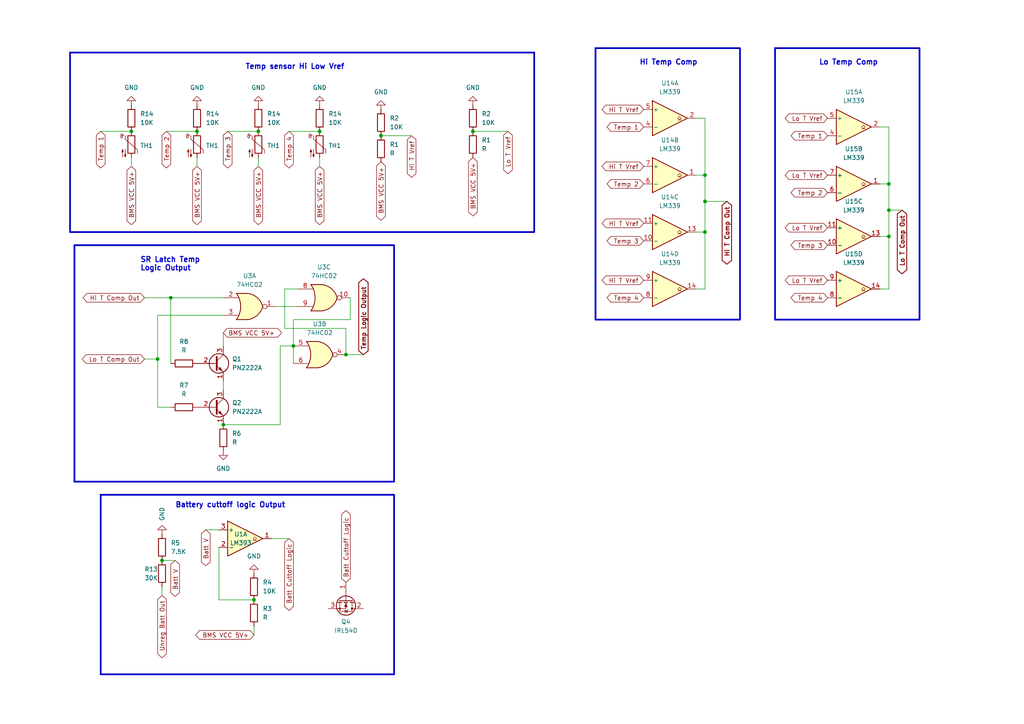
<source format=kicad_sch>
(kicad_sch (version 20230121) (generator eeschema)
  (paper "A4")
  (lib_symbols
    (symbol "74xx:74HC02" (pin_names (offset 1.016))
      (property "Reference" "U" (at 0 1.27 0))
      (property "Value" "74HC02" (at 0 -1.27 0))
      (symbol "74HC02_1_1"
        (arc (start -3.81 -3.81) (mid -2.589 0) (end -3.81 3.81) (stroke (width 0.254)))
        (arc (start -0.6096 -3.81) (mid 2.1842 -2.5851) (end 3.81 0) (stroke (width 0.254)) (fill (type background)))
        (polyline (pts (xy -3.81 -3.81) (xy -0.635 -3.81)) (stroke (width 0.254)) (fill (type background)))
        (polyline (pts (xy -3.81 3.81) (xy -0.635 3.81)) (stroke (width 0.254)) (fill (type background)))
        (polyline (pts (xy -0.635 3.81) (xy -3.81 3.81) (xy -3.81 3.81) (xy -3.556 3.4036) (xy -3.0226 2.2606) (xy -2.6924 1.0414) (xy -2.6162 -0.254) (xy -2.7686 -1.4986) (xy -3.175 -2.7178) (xy -3.81 -3.81) (xy -3.81 -3.81) (xy -0.635 -3.81)) (stroke (width -25.4)) (fill (type background)))
        (arc (start 3.81 0) (mid 2.1915 2.5936) (end -0.6096 3.81) (stroke (width 0.254)) (fill (type background)))
        (pin output inverted (at 7.62 0 180) (length 3.81) (name "~") (number "1"))
        (pin input line (at -7.62 2.54 0) (length 4.318) (name "~") (number "2"))
        (pin input line (at -7.62 -2.54 0) (length 4.318) (name "~") (number "3"))
      )
      (symbol "74HC02_1_2"
        (arc (start 0 -3.81) (mid 3.7934 0) (end 0 3.81) (stroke (width 0.254)) (fill (type background)))
        (polyline (pts (xy 0 3.81) (xy -3.81 3.81) (xy -3.81 -3.81) (xy 0 -3.81)) (stroke (width 0.254)) (fill (type background)))
        (pin output line (at 7.62 0 180) (length 3.81) (name "~") (number "1"))
        (pin input inverted (at -7.62 2.54 0) (length 3.81) (name "~") (number "2"))
        (pin input inverted (at -7.62 -2.54 0) (length 3.81) (name "~") (number "3"))
      )
      (symbol "74HC02_2_1"
        (arc (start -3.81 -3.81) (mid -2.589 0) (end -3.81 3.81) (stroke (width 0.254)))
        (arc (start -0.6096 -3.81) (mid 2.1842 -2.5851) (end 3.81 0) (stroke (width 0.254)) (fill (type background)))
        (polyline (pts (xy -3.81 -3.81) (xy -0.635 -3.81)) (stroke (width 0.254)) (fill (type background)))
        (polyline (pts (xy -3.81 3.81) (xy -0.635 3.81)) (stroke (width 0.254)) (fill (type background)))
        (polyline (pts (xy -0.635 3.81) (xy -3.81 3.81) (xy -3.81 3.81) (xy -3.556 3.4036) (xy -3.0226 2.2606) (xy -2.6924 1.0414) (xy -2.6162 -0.254) (xy -2.7686 -1.4986) (xy -3.175 -2.7178) (xy -3.81 -3.81) (xy -3.81 -3.81) (xy -0.635 -3.81)) (stroke (width -25.4)) (fill (type background)))
        (arc (start 3.81 0) (mid 2.1915 2.5936) (end -0.6096 3.81) (stroke (width 0.254)) (fill (type background)))
        (pin output inverted (at 7.62 0 180) (length 3.81) (name "~") (number "4"))
        (pin input line (at -7.62 2.54 0) (length 4.318) (name "~") (number "5"))
        (pin input line (at -7.62 -2.54 0) (length 4.318) (name "~") (number "6"))
      )
      (symbol "74HC02_2_2"
        (arc (start 0 -3.81) (mid 3.7934 0) (end 0 3.81) (stroke (width 0.254)) (fill (type background)))
        (polyline (pts (xy 0 3.81) (xy -3.81 3.81) (xy -3.81 -3.81) (xy 0 -3.81)) (stroke (width 0.254)) (fill (type background)))
        (pin output line (at 7.62 0 180) (length 3.81) (name "~") (number "4"))
        (pin input inverted (at -7.62 2.54 0) (length 3.81) (name "~") (number "5"))
        (pin input inverted (at -7.62 -2.54 0) (length 3.81) (name "~") (number "6"))
      )
      (symbol "74HC02_3_1"
        (arc (start -3.81 -3.81) (mid -2.589 0) (end -3.81 3.81) (stroke (width 0.254)))
        (arc (start -0.6096 -3.81) (mid 2.1842 -2.5851) (end 3.81 0) (stroke (width 0.254)) (fill (type background)))
        (polyline (pts (xy -3.81 -3.81) (xy -0.635 -3.81)) (stroke (width 0.254)) (fill (type background)))
        (polyline (pts (xy -3.81 3.81) (xy -0.635 3.81)) (stroke (width 0.254)) (fill (type background)))
        (polyline (pts (xy -0.635 3.81) (xy -3.81 3.81) (xy -3.81 3.81) (xy -3.556 3.4036) (xy -3.0226 2.2606) (xy -2.6924 1.0414) (xy -2.6162 -0.254) (xy -2.7686 -1.4986) (xy -3.175 -2.7178) (xy -3.81 -3.81) (xy -3.81 -3.81) (xy -0.635 -3.81)) (stroke (width -25.4)) (fill (type background)))
        (arc (start 3.81 0) (mid 2.1915 2.5936) (end -0.6096 3.81) (stroke (width 0.254)) (fill (type background)))
        (pin output inverted (at 7.62 0 180) (length 3.81) (name "~") (number "10"))
        (pin input line (at -7.62 2.54 0) (length 4.318) (name "~") (number "8"))
        (pin input line (at -7.62 -2.54 0) (length 4.318) (name "~") (number "9"))
      )
      (symbol "74HC02_3_2"
        (arc (start 0 -3.81) (mid 3.7934 0) (end 0 3.81) (stroke (width 0.254)) (fill (type background)))
        (polyline (pts (xy 0 3.81) (xy -3.81 3.81) (xy -3.81 -3.81) (xy 0 -3.81)) (stroke (width 0.254)) (fill (type background)))
        (pin output line (at 7.62 0 180) (length 3.81) (name "~") (number "10"))
        (pin input inverted (at -7.62 2.54 0) (length 3.81) (name "~") (number "8"))
        (pin input inverted (at -7.62 -2.54 0) (length 3.81) (name "~") (number "9"))
      )
      (symbol "74HC02_4_1"
        (arc (start -3.81 -3.81) (mid -2.589 0) (end -3.81 3.81) (stroke (width 0.254)))
        (arc (start -0.6096 -3.81) (mid 2.1842 -2.5851) (end 3.81 0) (stroke (width 0.254)) (fill (type background)))
        (polyline (pts (xy -3.81 -3.81) (xy -0.635 -3.81)) (stroke (width 0.254)) (fill (type background)))
        (polyline (pts (xy -3.81 3.81) (xy -0.635 3.81)) (stroke (width 0.254)) (fill (type background)))
        (polyline (pts (xy -0.635 3.81) (xy -3.81 3.81) (xy -3.81 3.81) (xy -3.556 3.4036) (xy -3.0226 2.2606) (xy -2.6924 1.0414) (xy -2.6162 -0.254) (xy -2.7686 -1.4986) (xy -3.175 -2.7178) (xy -3.81 -3.81) (xy -3.81 -3.81) (xy -0.635 -3.81)) (stroke (width -25.4)) (fill (type background)))
        (arc (start 3.81 0) (mid 2.1915 2.5936) (end -0.6096 3.81) (stroke (width 0.254)) (fill (type background)))
        (pin input line (at -7.62 2.54 0) (length 4.318) (name "~") (number "11"))
        (pin input line (at -7.62 -2.54 0) (length 4.318) (name "~") (number "12"))
        (pin output inverted (at 7.62 0 180) (length 3.81) (name "~") (number "13"))
      )
      (symbol "74HC02_4_2"
        (arc (start 0 -3.81) (mid 3.7934 0) (end 0 3.81) (stroke (width 0.254)) (fill (type background)))
        (polyline (pts (xy 0 3.81) (xy -3.81 3.81) (xy -3.81 -3.81) (xy 0 -3.81)) (stroke (width 0.254)) (fill (type background)))
        (pin input inverted (at -7.62 2.54 0) (length 3.81) (name "~") (number "11"))
        (pin input inverted (at -7.62 -2.54 0) (length 3.81) (name "~") (number "12"))
        (pin output line (at 7.62 0 180) (length 3.81) (name "~") (number "13"))
      )
      (symbol "74HC02_5_0"
        (pin power_in line (at 0 12.7 270) (length 5.08) (name "VCC") (number "14"))
        (pin power_in line (at 0 -12.7 90) (length 5.08) (name "GND") (number "7"))
      )
      (symbol "74HC02_5_1"
        (rectangle (start -5.08 7.62) (end 5.08 -7.62) (stroke (width 0.254)) (fill (type background)))
      )
    )
    (symbol "Comparator:LM339" (pin_names (offset 0.127))
      (property "Reference" "U" (at 0 5.08 0))
      (property "Value" "LM339" (at 0 -5.08 0))
      (symbol "LM339_1_1"
        (polyline (pts (xy -5.08 5.08) (xy 5.08 0) (xy -5.08 -5.08) (xy -5.08 5.08)) (stroke (width 0.254)) (fill (type background)))
        (polyline (pts (xy 3.302 -0.508) (xy 2.794 -0.508) (xy 3.302 0) (xy 2.794 0.508) (xy 2.286 0) (xy 2.794 -0.508) (xy 2.286 -0.508)) (stroke (width 0.127)))
        (pin open_collector line (at 7.62 0 180) (length 2.54) (name "~") (number "2"))
        (pin input line (at -7.62 -2.54 0) (length 2.54) (name "-") (number "4"))
        (pin input line (at -7.62 2.54 0) (length 2.54) (name "+") (number "5"))
      )
      (symbol "LM339_2_1"
        (polyline (pts (xy -5.08 5.08) (xy 5.08 0) (xy -5.08 -5.08) (xy -5.08 5.08)) (stroke (width 0.254)) (fill (type background)))
        (polyline (pts (xy 3.302 -0.508) (xy 2.794 -0.508) (xy 3.302 0) (xy 2.794 0.508) (xy 2.286 0) (xy 2.794 -0.508) (xy 2.286 -0.508)) (stroke (width 0.127)))
        (pin open_collector line (at 7.62 0 180) (length 2.54) (name "~") (number "1"))
        (pin input line (at -7.62 -2.54 0) (length 2.54) (name "-") (number "6"))
        (pin input line (at -7.62 2.54 0) (length 2.54) (name "+") (number "7"))
      )
      (symbol "LM339_3_1"
        (polyline (pts (xy -5.08 5.08) (xy 5.08 0) (xy -5.08 -5.08) (xy -5.08 5.08)) (stroke (width 0.254)) (fill (type background)))
        (polyline (pts (xy 3.302 -0.508) (xy 2.794 -0.508) (xy 3.302 0) (xy 2.794 0.508) (xy 2.286 0) (xy 2.794 -0.508) (xy 2.286 -0.508)) (stroke (width 0.127)))
        (pin input line (at -7.62 -2.54 0) (length 2.54) (name "-") (number "10"))
        (pin input line (at -7.62 2.54 0) (length 2.54) (name "+") (number "11"))
        (pin open_collector line (at 7.62 0 180) (length 2.54) (name "~") (number "13"))
      )
      (symbol "LM339_4_1"
        (polyline (pts (xy -5.08 5.08) (xy 5.08 0) (xy -5.08 -5.08) (xy -5.08 5.08)) (stroke (width 0.254)) (fill (type background)))
        (polyline (pts (xy 3.302 -0.508) (xy 2.794 -0.508) (xy 3.302 0) (xy 2.794 0.508) (xy 2.286 0) (xy 2.794 -0.508) (xy 2.286 -0.508)) (stroke (width 0.127)))
        (pin open_collector line (at 7.62 0 180) (length 2.54) (name "~") (number "14"))
        (pin input line (at -7.62 -2.54 0) (length 2.54) (name "-") (number "8"))
        (pin input line (at -7.62 2.54 0) (length 2.54) (name "+") (number "9"))
      )
      (symbol "LM339_5_1"
        (pin power_in line (at -2.54 -7.62 90) (length 3.81) (name "V-") (number "12"))
        (pin power_in line (at -2.54 7.62 270) (length 3.81) (name "V+") (number "3"))
      )
    )
    (symbol "Comparator:LM393" (pin_names (offset 0.127))
      (property "Reference" "U" (at 3.81 3.81 0))
      (property "Value" "LM393" (at 6.35 -3.81 0))
      (symbol "LM393_1_1"
        (polyline (pts (xy -5.08 5.08) (xy 5.08 0) (xy -5.08 -5.08) (xy -5.08 5.08)) (stroke (width 0.254)) (fill (type background)))
        (polyline (pts (xy 3.302 -0.508) (xy 2.794 -0.508) (xy 3.302 0) (xy 2.794 0.508) (xy 2.286 0) (xy 2.794 -0.508) (xy 2.286 -0.508)) (stroke (width 0.127)))
        (pin open_collector line (at 7.62 0 180) (length 2.54) (name "~") (number "1"))
        (pin input line (at -7.62 -2.54 0) (length 2.54) (name "-") (number "2"))
        (pin input line (at -7.62 2.54 0) (length 2.54) (name "+") (number "3"))
      )
      (symbol "LM393_2_1"
        (polyline (pts (xy -5.08 5.08) (xy 5.08 0) (xy -5.08 -5.08) (xy -5.08 5.08)) (stroke (width 0.254)) (fill (type background)))
        (polyline (pts (xy 3.302 -0.508) (xy 2.794 -0.508) (xy 3.302 0) (xy 2.794 0.508) (xy 2.286 0) (xy 2.794 -0.508) (xy 2.286 -0.508)) (stroke (width 0.127)))
        (pin input line (at -7.62 2.54 0) (length 2.54) (name "+") (number "5"))
        (pin input line (at -7.62 -2.54 0) (length 2.54) (name "-") (number "6"))
        (pin open_collector line (at 7.62 0 180) (length 2.54) (name "~") (number "7"))
      )
      (symbol "LM393_3_1"
        (pin power_in line (at -2.54 -7.62 90) (length 3.81) (name "V-") (number "4"))
        (pin power_in line (at -2.54 7.62 270) (length 3.81) (name "V+") (number "8"))
      )
    )
    (symbol "Connector:Conn_01x06_Pin" (pin_names (offset 1.016) hide)
      (property "Reference" "J" (at 0 7.62 0))
      (property "Value" "Conn_01x06_Pin" (at 0 -10.16 0))
      (symbol "Conn_01x06_Pin_1_1"
        (polyline (pts (xy 1.27 -7.62) (xy 0.8636 -7.62)) (stroke (width 0.1524)))
        (polyline (pts (xy 1.27 -5.08) (xy 0.8636 -5.08)) (stroke (width 0.1524)))
        (polyline (pts (xy 1.27 -2.54) (xy 0.8636 -2.54)) (stroke (width 0.1524)))
        (polyline (pts (xy 1.27 0) (xy 0.8636 0)) (stroke (width 0.1524)))
        (polyline (pts (xy 1.27 2.54) (xy 0.8636 2.54)) (stroke (width 0.1524)))
        (polyline (pts (xy 1.27 5.08) (xy 0.8636 5.08)) (stroke (width 0.1524)))
        (rectangle (start 0.8636 -7.493) (end 0 -7.747) (stroke (width 0.1524)) (fill (type outline)))
        (rectangle (start 0.8636 -4.953) (end 0 -5.207) (stroke (width 0.1524)) (fill (type outline)))
        (rectangle (start 0.8636 -2.413) (end 0 -2.667) (stroke (width 0.1524)) (fill (type outline)))
        (rectangle (start 0.8636 0.127) (end 0 -0.127) (stroke (width 0.1524)) (fill (type outline)))
        (rectangle (start 0.8636 2.667) (end 0 2.413) (stroke (width 0.1524)) (fill (type outline)))
        (rectangle (start 0.8636 5.207) (end 0 4.953) (stroke (width 0.1524)) (fill (type outline)))
        (pin passive line (at 5.08 5.08 180) (length 3.81) (name "Pin_1") (number "1"))
        (pin passive line (at 5.08 2.54 180) (length 3.81) (name "Pin_2") (number "2"))
        (pin passive line (at 5.08 0 180) (length 3.81) (name "Pin_3") (number "3"))
        (pin passive line (at 5.08 -2.54 180) (length 3.81) (name "Pin_4") (number "4"))
        (pin passive line (at 5.08 -5.08 180) (length 3.81) (name "Pin_5") (number "5"))
        (pin passive line (at 5.08 -7.62 180) (length 3.81) (name "Pin_6") (number "6"))
      )
    )
    (symbol "Device:R" (pin_numbers hide) (pin_names (offset 0))
      (property "Reference" "R" (at 2.032 0 90))
      (property "Value" "R" (at 0 0 90))
      (symbol "R_0_1"
        (rectangle (start -1.016 -2.54) (end 1.016 2.54) (stroke (width 0.254)))
      )
      (symbol "R_1_1"
        (pin passive line (at 0 3.81 270) (length 1.27) (name "~") (number "1"))
        (pin passive line (at 0 -3.81 90) (length 1.27) (name "~") (number "2"))
      )
    )
    (symbol "Device:Thermistor_NTC" (pin_numbers hide) (pin_names (offset 0))
      (property "Reference" "TH" (at -4.445 0 90))
      (property "Value" "Thermistor_NTC" (at 3.175 0 90))
      (symbol "Thermistor_NTC_0_1"
        (arc (start -3.048 2.159) (mid -3.0495 2.3143) (end -3.175 2.413))
        (arc (start -3.048 2.159) (mid -2.9736 1.9794) (end -2.794 1.905))
        (arc (start -3.048 2.794) (mid -2.9736 2.6144) (end -2.794 2.54))
        (arc (start -2.794 1.905) (mid -2.6144 1.9794) (end -2.54 2.159))
        (arc (start -2.794 2.54) (mid -2.4393 2.5587) (end -2.159 2.794))
        (arc (start -2.794 3.048) (mid -2.9736 2.9736) (end -3.048 2.794))
        (arc (start -2.54 2.794) (mid -2.6144 2.9736) (end -2.794 3.048))
        (rectangle (start -1.016 2.54) (end 1.016 -2.54) (stroke (width 0.254)))
        (polyline (pts (xy -2.54 2.159) (xy -2.54 2.794)))
        (polyline (pts (xy -1.778 2.54) (xy -1.778 1.524) (xy 1.778 -1.524) (xy 1.778 -2.54)))
        (polyline (pts (xy -2.54 -3.683) (xy -2.54 -1.397) (xy -2.794 -2.159) (xy -2.286 -2.159) (xy -2.54 -1.397) (xy -2.54 -1.651)) (fill (type outline)))
        (polyline (pts (xy -1.778 -1.397) (xy -1.778 -3.683) (xy -2.032 -2.921) (xy -1.524 -2.921) (xy -1.778 -3.683) (xy -1.778 -3.429)) (fill (type outline)))
      )
      (symbol "Thermistor_NTC_1_1"
        (pin passive line (at 0 3.81 270) (length 1.27) (name "~") (number "1"))
        (pin passive line (at 0 -3.81 90) (length 1.27) (name "~") (number "2"))
      )
    )
    (symbol "Transistor_BJT:PN2222A" (pin_names (offset 0) hide)
      (property "Reference" "Q" (at 5.08 1.905 0))
      (property "Value" "PN2222A" (at 5.08 0 0))
      (symbol "PN2222A_0_1"
        (polyline (pts (xy 0 0) (xy 0.635 0)))
        (polyline (pts (xy 2.54 -2.54) (xy 0.635 -0.635)))
        (polyline (pts (xy 2.54 2.54) (xy 0.635 0.635)))
        (polyline (pts (xy 0.635 1.905) (xy 0.635 -1.905) (xy 0.635 -1.905)) (stroke (width 0.508)))
        (polyline (pts (xy 2.413 -2.413) (xy 1.905 -1.905) (xy 1.905 -1.905)))
        (polyline (pts (xy 1.143 -1.651) (xy 1.651 -1.143) (xy 2.159 -2.159) (xy 1.143 -1.651) (xy 1.143 -1.651)) (fill (type outline)))
        (circle (center 1.27 0) (radius 2.8194) (stroke (width 0.254)))
      )
      (symbol "PN2222A_1_1"
        (pin passive line (at 2.54 -5.08 90) (length 2.54) (name "E") (number "1"))
        (pin input line (at -5.08 0 0) (length 5.08) (name "B") (number "2"))
        (pin passive line (at 2.54 5.08 270) (length 2.54) (name "C") (number "3"))
      )
    )
    (symbol "Transistor_FET:IRF540N" (pin_names hide)
      (property "Reference" "Q" (at 6.35 1.905 0))
      (property "Value" "IRF540N" (at 6.35 0 0))
      (symbol "IRF540N_0_1"
        (polyline (pts (xy 0.254 0) (xy -2.54 0)))
        (polyline (pts (xy 0.254 1.905) (xy 0.254 -1.905)) (stroke (width 0.254)))
        (polyline (pts (xy 0.762 -1.27) (xy 0.762 -2.286)) (stroke (width 0.254)))
        (polyline (pts (xy 0.762 0.508) (xy 0.762 -0.508)) (stroke (width 0.254)))
        (polyline (pts (xy 0.762 2.286) (xy 0.762 1.27)) (stroke (width 0.254)))
        (polyline (pts (xy 2.54 2.54) (xy 2.54 1.778)))
        (polyline (pts (xy 2.54 -2.54) (xy 2.54 0) (xy 0.762 0)))
        (polyline (pts (xy 0.762 -1.778) (xy 3.302 -1.778) (xy 3.302 1.778) (xy 0.762 1.778)))
        (polyline (pts (xy 1.016 0) (xy 2.032 0.381) (xy 2.032 -0.381) (xy 1.016 0)) (fill (type outline)))
        (polyline (pts (xy 2.794 0.508) (xy 2.921 0.381) (xy 3.683 0.381) (xy 3.81 0.254)))
        (polyline (pts (xy 3.302 0.381) (xy 2.921 -0.254) (xy 3.683 -0.254) (xy 3.302 0.381)))
        (circle (center 1.651 0) (radius 2.794) (stroke (width 0.254)))
        (circle (center 2.54 -1.778) (radius 0.254) (fill (type outline)))
        (circle (center 2.54 1.778) (radius 0.254) (fill (type outline)))
      )
      (symbol "IRF540N_1_1"
        (pin input line (at -5.08 0 0) (length 2.54) (name "G") (number "1"))
        (pin passive line (at 2.54 5.08 270) (length 2.54) (name "D") (number "2"))
        (pin passive line (at 2.54 -5.08 90) (length 2.54) (name "S") (number "3"))
      )
    )
    (symbol "power:GND" (power) (pin_names (offset 0))
      (property "Value" "GND" (at 0 -3.81 0))
      (symbol "GND_0_1"
        (polyline (pts (xy 0 0) (xy 0 -1.27) (xy 1.27 -1.27) (xy 0 -2.54) (xy -1.27 -1.27) (xy 0 -1.27)))
      )
      (symbol "GND_1_1"
        (pin power_in line (at 0 0 270) (length 0) hide (name "GND") (number "1"))
      )
    )
  )
  (junction (at 45.72 104.14))
  (junction (at 73.66 173.99))
  (junction (at 204.47 58.42))
  (junction (at 92.71 38.1))
  (junction (at 100.33 102.87))
  (junction (at 74.93 38.1))
  (junction (at 110.49 39.37))
  (junction (at 49.53 86.36))
  (junction (at 257.81 53.34))
  (junction (at 204.47 50.8))
  (junction (at 46.99 162.56))
  (junction (at 64.77 123.19))
  (junction (at 57.15 38.1))
  (junction (at 85.09 100.33))
  (junction (at 38.1 38.1))
  (junction (at 257.81 68.58))
  (junction (at 257.81 60.96))
  (junction (at 137.16 38.1))
  (junction (at 204.47 67.31))
  (wire (pts (xy 204.47 58.42) (xy 204.47 67.31)))
  (wire (pts (xy 318.77 40.64) (xy 318.77 38.1)))
  (wire (pts (xy 64.77 110.49) (xy 64.77 113.03)))
  (wire (pts (xy 41.91 86.36) (xy 49.53 86.36)))
  (wire (pts (xy 82.55 95.25) (xy 82.55 83.82)))
  (wire (pts (xy 38.1 45.72) (xy 38.1 48.26)))
  (wire (pts (xy 201.93 67.31) (xy 204.47 67.31)))
  (wire (pts (xy 110.49 39.37) (xy 119.38 39.37)))
  (wire (pts (xy 257.81 68.58) (xy 257.81 60.96)))
  (wire (pts (xy 29.21 38.1) (xy 38.1 38.1)))
  (wire (pts (xy 257.81 53.34) (xy 257.81 36.83)))
  (wire (pts (xy 316.23 38.1) (xy 316.23 40.64)))
  (wire (pts (xy 78.74 156.21) (xy 83.82 156.21)))
  (wire (pts (xy 82.55 83.82) (xy 86.36 83.82)))
  (wire (pts (xy 81.28 100.33) (xy 81.28 123.19)))
  (wire (pts (xy 257.81 83.82) (xy 257.81 68.58)))
  (wire (pts (xy 204.47 67.31) (xy 204.47 83.82)))
  (wire (pts (xy 321.31 41.91) (xy 323.85 41.91)))
  (wire (pts (xy 85.09 100.33) (xy 85.09 105.41)))
  (wire (pts (xy 320.04 48.26) (xy 320.04 40.64)))
  (wire (pts (xy 46.99 172.72) (xy 46.99 170.18)))
  (wire (pts (xy 85.09 92.71) (xy 85.09 100.33)))
  (wire (pts (xy 255.27 53.34) (xy 257.81 53.34)))
  (wire (pts (xy 257.81 60.96) (xy 261.62 60.96)))
  (wire (pts (xy 257.81 36.83) (xy 255.27 36.83)))
  (wire (pts (xy 92.71 45.72) (xy 92.71 48.26)))
  (wire (pts (xy 81.28 123.19) (xy 64.77 123.19)))
  (wire (pts (xy 204.47 50.8) (xy 204.47 58.42)))
  (wire (pts (xy 85.09 92.71) (xy 101.6 92.71)))
  (wire (pts (xy 81.28 100.33) (xy 85.09 100.33)))
  (wire (pts (xy 100.33 102.87) (xy 105.41 102.87)))
  (wire (pts (xy 323.85 38.1) (xy 323.85 39.37)))
  (wire (pts (xy 41.91 104.14) (xy 45.72 104.14)))
  (wire (pts (xy 63.5 173.99) (xy 73.66 173.99)))
  (wire (pts (xy 64.77 96.52) (xy 64.77 100.33)))
  (wire (pts (xy 45.72 104.14) (xy 45.72 118.11)))
  (wire (pts (xy 59.69 153.67) (xy 63.5 153.67)))
  (wire (pts (xy 80.01 88.9) (xy 86.36 88.9)))
  (wire (pts (xy 204.47 34.29) (xy 204.47 50.8)))
  (wire (pts (xy 101.6 92.71) (xy 101.6 86.36)))
  (wire (pts (xy 201.93 50.8) (xy 204.47 50.8)))
  (wire (pts (xy 137.16 38.1) (xy 147.32 38.1)))
  (wire (pts (xy 83.82 38.1) (xy 92.71 38.1)))
  (wire (pts (xy 255.27 68.58) (xy 257.81 68.58)))
  (wire (pts (xy 57.15 45.72) (xy 57.15 48.26)))
  (wire (pts (xy 204.47 58.42) (xy 210.82 58.42)))
  (wire (pts (xy 100.33 102.87) (xy 100.33 95.25)))
  (wire (pts (xy 49.53 86.36) (xy 64.77 86.36)))
  (wire (pts (xy 45.72 91.44) (xy 45.72 104.14)))
  (wire (pts (xy 257.81 60.96) (xy 257.81 53.34)))
  (wire (pts (xy 64.77 91.44) (xy 45.72 91.44)))
  (wire (pts (xy 313.69 39.37) (xy 313.69 38.1)))
  (wire (pts (xy 50.8 162.56) (xy 46.99 162.56)))
  (wire (pts (xy 45.72 118.11) (xy 49.53 118.11)))
  (wire (pts (xy 320.04 40.64) (xy 318.77 40.64)))
  (wire (pts (xy 73.66 184.15) (xy 73.66 181.61)))
  (wire (pts (xy 312.42 39.37) (xy 313.69 39.37)))
  (wire (pts (xy 321.31 38.1) (xy 321.31 41.91)))
  (wire (pts (xy 255.27 83.82) (xy 257.81 83.82)))
  (wire (pts (xy 201.93 83.82) (xy 204.47 83.82)))
  (wire (pts (xy 74.93 45.72) (xy 74.93 48.26)))
  (wire (pts (xy 308.61 38.1) (xy 311.15 38.1)))
  (wire (pts (xy 201.93 34.29) (xy 204.47 34.29)))
  (wire (pts (xy 66.04 38.1) (xy 74.93 38.1)))
  (wire (pts (xy 63.5 173.99) (xy 63.5 158.75)))
  (wire (pts (xy 323.85 39.37) (xy 327.66 39.37)))
  (wire (pts (xy 49.53 86.36) (xy 49.53 105.41)))
  (wire (pts (xy 100.33 95.25) (xy 82.55 95.25)))
  (wire (pts (xy 48.26 38.1) (xy 57.15 38.1)))
  (rectangle (start 172.72 13.97) (end 214.63 92.71) (stroke (width 0.5)))
  (rectangle (start 300.99 20.32) (end 332.74 71.12) (stroke (width 0.5)))
  (rectangle (start 224.79 13.97) (end 266.7 92.71) (stroke (width 0.5)))
  (rectangle (start 21.59 71.12) (end 114.3 139.7) (stroke (width 0.5)))
  (rectangle (start 20.32 15.24) (end 154.94 67.31) (stroke (width 0.5)))
  (rectangle (start 29.21 143.51) (end 114.3 195.58) (stroke (width 0.5)))
  (text "Charger In Plug\n" (at 308.61 24.13 0) (effects (font (size 1.5 1.5) bold) (justify left bottom)))
  (text "Temp sensor Hi Low Vref\n" (at 71.12 20.32 0) (effects (font (size 1.5 1.5) (thickness 0.3) bold) (justify left bottom)))
  (text "SR Latch Temp \nLogic Output" (at 40.64 78.74 0) (effects (font (size 1.5 1.5) bold) (justify left bottom)))
  (text "Lo Temp Comp\n" (at 237.49 19.05 0) (effects (font (size 1.5 1.5) (thickness 0.3) bold) (justify left bottom)))
  (text "Battery cuttoff logic Output\n\n" (at 50.8 149.86 0) (effects (font (size 1.5 1.5) (thickness 0.3) bold) (justify left bottom)))
  (text "Hi Temp Comp\n" (at 185.42 19.05 0) (effects (font (size 1.5 1.5) (thickness 0.3) bold) (justify left bottom)))
  (global_label "Lo T Vref" (shape bidirectional) (at 147.32 38.1 270) (property "Intersheetrefs" "${INTERSHEET_REFS}" (effects hide)))
  (global_label "Temp 2" (shape bidirectional) (at 240.03 55.88 180) (property "Intersheetrefs" "${INTERSHEET_REFS}" (effects hide)))
  (global_label "Batt V " (shape bidirectional) (at 59.69 153.67 270) (property "Intersheetrefs" "${INTERSHEET_REFS}" (effects hide)))
  (global_label "Temp 1" (shape bidirectional) (at 240.03 39.37 180) (property "Intersheetrefs" "${INTERSHEET_REFS}" (effects hide)))
  (global_label "Unreg Batt Out" (shape bidirectional) (at 46.99 172.72 270) (property "Intersheetrefs" "${INTERSHEET_REFS}" (effects hide)))
  (global_label "BMS VCC 5V+" (shape bidirectional) (at 74.93 48.26 270) (property "Intersheetrefs" "${INTERSHEET_REFS}" (effects hide)))
  (global_label "BMS VCC 5V+" (shape bidirectional) (at 57.15 48.26 270) (property "Intersheetrefs" "${INTERSHEET_REFS}" (effects hide)))
  (global_label "Lo T Vref" (shape bidirectional) (at 240.03 34.29 180) (property "Intersheetrefs" "${INTERSHEET_REFS}" (effects hide)))
  (global_label "BMS VCC 5V+" (shape bidirectional) (at 38.1 48.26 270) (property "Intersheetrefs" "${INTERSHEET_REFS}" (effects hide)))
  (global_label "Lo T Comp Out" (shape bidirectional) (at 327.66 39.37 270) (property "Intersheetrefs" "${INTERSHEET_REFS}" (effects hide)))
  (global_label "Temp 3" (shape bidirectional) (at 186.69 69.85 180) (property "Intersheetrefs" "${INTERSHEET_REFS}" (effects hide)))
  (global_label "Batt V " (shape bidirectional) (at 323.85 41.91 270) (property "Intersheetrefs" "${INTERSHEET_REFS}" (effects hide)))
  (global_label "BMS VCC 5V+" (shape bidirectional) (at 137.16 45.72 270) (property "Intersheetrefs" "${INTERSHEET_REFS}" (effects hide)))
  (global_label "Lo T Vref" (shape bidirectional) (at 240.03 66.04 180) (property "Intersheetrefs" "${INTERSHEET_REFS}" (effects hide)))
  (global_label "Temp 2" (shape bidirectional) (at 48.26 38.1 270) (property "Intersheetrefs" "${INTERSHEET_REFS}" (effects hide)))
  (global_label "Lo T Vref" (shape bidirectional) (at 240.03 50.8 180) (property "Intersheetrefs" "${INTERSHEET_REFS}" (effects hide)))
  (global_label "Temp 4" (shape bidirectional) (at 186.69 86.36 180) (property "Intersheetrefs" "${INTERSHEET_REFS}" (effects hide)))
  (global_label "BMS VCC 5V+" (shape bidirectional) (at 64.77 96.52 0) (property "Intersheetrefs" "${INTERSHEET_REFS}" (effects hide)))
  (global_label "Hi T Vref" (shape bidirectional) (at 186.69 81.28 180) (property "Intersheetrefs" "${INTERSHEET_REFS}" (effects hide)))
  (global_label "Hi T Vref" (shape bidirectional) (at 119.38 39.37 270) (property "Intersheetrefs" "${INTERSHEET_REFS}" (effects hide)))
  (global_label "Batt Cuttoff Logic" (shape bidirectional) (at 83.82 156.21 270) (property "Intersheetrefs" "${INTERSHEET_REFS}" (effects hide)))
  (global_label "Temp 2" (shape bidirectional) (at 186.69 53.34 180) (property "Intersheetrefs" "${INTERSHEET_REFS}" (effects hide)))
  (global_label "Lo T Vref" (shape bidirectional) (at 240.03 81.28 180) (property "Intersheetrefs" "${INTERSHEET_REFS}" (effects hide)))
  (global_label "Charger Digital Signal" (shape bidirectional) (at 316.23 40.64 270) (property "Intersheetrefs" "${INTERSHEET_REFS}" (effects hide)))
  (global_label "Hi T Vref" (shape bidirectional) (at 186.69 31.75 180) (property "Intersheetrefs" "${INTERSHEET_REFS}" (effects hide)))
  (global_label "Hi T Comp Out" (shape bidirectional) (at 41.91 86.36 180) (property "Intersheetrefs" "${INTERSHEET_REFS}" (effects hide)))
  (global_label "Temp 3" (shape bidirectional) (at 66.04 38.1 270) (property "Intersheetrefs" "${INTERSHEET_REFS}" (effects hide)))
  (global_label "Temp 3" (shape bidirectional) (at 240.03 71.12 180) (property "Intersheetrefs" "${INTERSHEET_REFS}" (effects hide)))
  (global_label "Temp 1" (shape bidirectional) (at 186.69 36.83 180) (property "Intersheetrefs" "${INTERSHEET_REFS}" (effects hide)))
  (global_label "BMS VCC 5V+" (shape bidirectional) (at 110.49 46.99 270) (property "Intersheetrefs" "${INTERSHEET_REFS}" (effects hide)))
  (global_label "Charger In 5v+" (shape bidirectional) (at 308.61 38.1 270) (property "Intersheetrefs" "${INTERSHEET_REFS}" (effects hide)))
  (global_label "Hi T Vref" (shape bidirectional) (at 186.69 64.77 180) (property "Intersheetrefs" "${INTERSHEET_REFS}" (effects hide)))
  (global_label "Hi T Vref" (shape bidirectional) (at 186.69 48.26 180) (property "Intersheetrefs" "${INTERSHEET_REFS}" (effects hide)))
  (global_label "charger Takeover VCC 9v+" (shape bidirectional) (at 312.42 39.37 270) (property "Intersheetrefs" "${INTERSHEET_REFS}" (effects hide)))
  (global_label "BMS VCC 5V+" (shape bidirectional) (at 73.66 184.15 180) (property "Intersheetrefs" "${INTERSHEET_REFS}" (effects hide)))
  (global_label "Batt Cuttoff Logic" (shape bidirectional) (at 100.33 168.91 90) (property "Intersheetrefs" "${INTERSHEET_REFS}" (effects hide)))
  (global_label "Temp 4" (shape bidirectional) (at 240.03 86.36 180) (property "Intersheetrefs" "${INTERSHEET_REFS}" (effects hide)))
  (global_label "Temp 1" (shape bidirectional) (at 29.21 38.1 270) (property "Intersheetrefs" "${INTERSHEET_REFS}" (effects hide)))
  (global_label "BMS VCC 5V+" (shape bidirectional) (at 92.71 48.26 270) (property "Intersheetrefs" "${INTERSHEET_REFS}" (effects hide)))
  (global_label "Temp Logic Output" (shape bidirectional) (at 105.41 102.87 90) (effects (font (thickness 0.254) bold)) (property "Intersheetrefs" "${INTERSHEET_REFS}" (effects hide)))
  (global_label "Batt V " (shape bidirectional) (at 50.8 162.56 270) (property "Intersheetrefs" "${INTERSHEET_REFS}" (effects hide)))
  (global_label "Lo T Comp Out" (shape bidirectional) (at 41.91 104.14 180) (property "Intersheetrefs" "${INTERSHEET_REFS}" (effects hide)))
  (global_label "Lo T Comp Out" (shape bidirectional) (at 261.62 60.96 270) (effects (font (thickness 0.254) bold)) (property "Intersheetrefs" "${INTERSHEET_REFS}" (effects hide)))
  (global_label "Hi T Comp Out" (shape bidirectional) (at 210.82 58.42 270) (effects (font (thickness 0.254) bold)) (property "Intersheetrefs" "${INTERSHEET_REFS}" (effects hide)))
  (global_label "Temp 4" (shape bidirectional) (at 83.82 38.1 270) (property "Intersheetrefs" "${INTERSHEET_REFS}" (effects hide)))
  (symbol (lib_id "Comparator:LM339") (at 247.65 53.34 0) (unit 2)
    (property "Reference" "U15" (at 247.65 43.18 0))
    (property "Value" "LM339" (at 247.65 45.72 0))
    (property "Footprint" "Charging module:lm339n THT" (effects hide))
    (property "Datasheet" "https://www.st.com/resource/en/datasheet/lm139.pdf" (effects hide))
  )
  (symbol (lib_id "74xx:74HC02") (at 72.39 88.9 0) (unit 1)
    (property "Reference" "U3" (at 72.39 80.01 0))
    (property "Value" "74HC02" (at 72.39 82.55 0))
    (property "Footprint" "Package_DIP:DIP-14_W7.62mm" (effects hide))
    (property "Datasheet" "http://www.ti.com/lit/gpn/sn74hc02" (effects hide))
  )
  (symbol (lib_id "Device:R") (at 38.1 34.29 0) (unit 1)
    (property "Reference" "R14" (at 40.64 33.02 0) (effects (justify left)))
    (property "Value" "10K" (at 40.64 35.56 0) (effects (justify left)))
    (property "Footprint" "Resistor_SMD:R_1206_3216Metric" (effects hide))
  )
  (symbol (lib_id "Device:Thermistor_NTC") (at 38.1 41.91 0) (unit 1)
    (property "Reference" "TH1" (at 40.64 42.2275 0) (effects (justify left)))
    (property "Value" "Thermistor_NTC" (effects hide))
    (property "Footprint" "Resistor_THT:R_Axial_DIN0204_L3.6mm_D1.6mm_P5.08mm_Vertical" (effects hide))
  )
  (symbol (lib_id "Comparator:LM393") (at 71.12 156.21 0) (unit 1)
    (property "Reference" "U1" (at 69.85 154.94 0))
    (property "Value" "LM393" (at 69.85 157.48 0))
    (property "Footprint" "Package_DIP:DIP-8_W7.62mm" (effects hide))
    (property "Datasheet" "http://www.ti.com/lit/ds/symlink/lm393.pdf" (effects hide))
  )
  (symbol (lib_id "Device:R") (at 53.34 105.41 90) (unit 1)
    (property "Reference" "R8" (at 53.34 99.06 90))
    (property "Value" "R" (at 53.34 101.6 90))
    (property "Footprint" "Resistor_SMD:R_1206_3216Metric" (effects hide))
  )
  (symbol (lib_id "Device:Thermistor_NTC") (at 92.71 41.91 0) (unit 1)
    (property "Reference" "TH1" (at 95.25 42.2275 0) (effects (justify left)))
    (property "Value" "Thermistor_NTC" (effects hide))
    (property "Footprint" "Resistor_THT:R_Axial_DIN0204_L3.6mm_D1.6mm_P5.08mm_Vertical" (effects hide))
  )
  (symbol (lib_id "power:GND") (at 73.66 166.37 180) (unit 1)
    (property "Reference" "#PWR011" (effects hide))
    (property "Value" "GND" (at 73.66 161.29 0))
  )
  (symbol (lib_id "74xx:74HC02") (at 92.71 102.87 0) (unit 2)
    (property "Reference" "U3" (at 92.71 93.98 0))
    (property "Value" "74HC02" (at 92.71 96.52 0))
    (property "Footprint" "Package_DIP:DIP-14_W7.62mm" (effects hide))
    (property "Datasheet" "http://www.ti.com/lit/gpn/sn74hc02" (effects hide))
  )
  (symbol (lib_id "Device:R") (at 110.49 43.18 0) (unit 1)
    (property "Reference" "R1" (at 113.03 41.91 0) (effects (justify left)))
    (property "Value" "R" (at 113.03 44.45 0) (effects (justify left)))
    (property "Footprint" "Resistor_SMD:R_1206_3216Metric" (effects hide))
  )
  (symbol (lib_id "Device:R") (at 74.93 34.29 0) (unit 1)
    (property "Reference" "R14" (at 77.47 33.02 0) (effects (justify left)))
    (property "Value" "10K" (at 77.47 35.56 0) (effects (justify left)))
    (property "Footprint" "Resistor_SMD:R_1206_3216Metric" (effects hide))
  )
  (symbol (lib_id "Device:R") (at 57.15 34.29 0) (unit 1)
    (property "Reference" "R14" (at 59.69 33.02 0) (effects (justify left)))
    (property "Value" "10K" (at 59.69 35.56 0) (effects (justify left)))
    (property "Footprint" "Resistor_SMD:R_1206_3216Metric" (effects hide))
  )
  (symbol (lib_id "power:GND") (at 57.15 30.48 180) (unit 1)
    (property "Reference" "#PWR010" (effects hide))
    (property "Value" "GND" (at 57.15 25.4 0))
  )
  (symbol (lib_id "power:GND") (at 64.77 130.81 0) (unit 1)
    (property "Reference" "#PWR012" (effects hide))
    (property "Value" "GND" (at 64.77 135.89 0))
  )
  (symbol (lib_id "Comparator:LM339") (at 194.31 67.31 0) (unit 3)
    (property "Reference" "U14" (at 194.31 57.15 0))
    (property "Value" "LM339" (at 194.31 59.69 0))
    (property "Footprint" "Charging module:lm339n THT" (effects hide))
    (property "Datasheet" "https://www.st.com/resource/en/datasheet/lm139.pdf" (effects hide))
  )
  (symbol (lib_id "Comparator:LM339") (at 194.31 34.29 0) (unit 1)
    (property "Reference" "U14" (at 194.31 24.13 0))
    (property "Value" "LM339" (at 194.31 26.67 0))
    (property "Footprint" "Charging module:lm339n THT" (effects hide))
    (property "Datasheet" "https://www.st.com/resource/en/datasheet/lm139.pdf" (effects hide))
  )
  (symbol (lib_id "Device:Thermistor_NTC") (at 74.93 41.91 0) (unit 1)
    (property "Reference" "TH1" (at 77.47 42.2275 0) (effects (justify left)))
    (property "Value" "Thermistor_NTC" (effects hide))
    (property "Footprint" "Resistor_THT:R_Axial_DIN0204_L3.6mm_D1.6mm_P5.08mm_Vertical" (effects hide))
  )
  (symbol (lib_id "Transistor_FET:IRF540N") (at 100.33 173.99 270) (unit 1)
    (property "Reference" "Q4" (at 100.33 180.34 90))
    (property "Value" "IRL540" (at 100.33 182.88 90))
    (property "Footprint" "Package_TO_SOT_THT:TO-220-3_Horizontal_TabDown" (effects hide))
    (property "Datasheet" "http://www.irf.com/product-info/datasheets/data/irf540n.pdf" (effects hide))
  )
  (symbol (lib_id "power:GND") (at 137.16 30.48 180) (unit 1)
    (property "Reference" "#PWR09" (effects hide))
    (property "Value" "GND" (at 137.16 25.4 0))
  )
  (symbol (lib_id "Device:R") (at 53.34 118.11 90) (unit 1)
    (property "Reference" "R7" (at 53.34 111.76 90))
    (property "Value" "R" (at 53.34 114.3 90))
    (property "Footprint" "Resistor_SMD:R_1206_3216Metric" (effects hide))
  )
  (symbol (lib_id "power:GND") (at 74.93 30.48 180) (unit 1)
    (property "Reference" "#PWR010" (effects hide))
    (property "Value" "GND" (at 74.93 25.4 0))
  )
  (symbol (lib_id "Device:R") (at 46.99 158.75 0) (unit 1)
    (property "Reference" "R5" (at 49.53 157.48 0) (effects (justify left)))
    (property "Value" "7.5K" (at 49.53 160.02 0) (effects (justify left)))
    (property "Footprint" "Resistor_SMD:R_1206_3216Metric" (effects hide))
  )
  (symbol (lib_id "Comparator:LM339") (at 194.31 83.82 0) (unit 4)
    (property "Reference" "U14" (at 194.31 73.66 0))
    (property "Value" "LM339" (at 194.31 76.2 0))
    (property "Footprint" "Charging module:lm339n THT" (effects hide))
    (property "Datasheet" "https://www.st.com/resource/en/datasheet/lm139.pdf" (effects hide))
  )
  (symbol (lib_id "power:GND") (at 92.71 30.48 180) (unit 1)
    (property "Reference" "#PWR010" (effects hide))
    (property "Value" "GND" (at 92.71 25.4 0))
  )
  (symbol (lib_id "Device:R") (at 73.66 177.8 0) (unit 1)
    (property "Reference" "R3" (at 76.2 176.53 0) (effects (justify left)))
    (property "Value" "R" (at 76.2 179.07 0) (effects (justify left)))
    (property "Footprint" "Resistor_SMD:R_1206_3216Metric" (effects hide))
  )
  (symbol (lib_id "Device:R") (at 46.99 166.37 0) (unit 1)
    (property "Reference" "R13" (at 41.91 165.1 0) (effects (justify left)))
    (property "Value" "30K" (at 41.91 167.64 0) (effects (justify left)))
    (property "Footprint" "Resistor_SMD:R_1206_3216Metric" (effects hide))
  )
  (symbol (lib_id "Device:R") (at 92.71 34.29 0) (unit 1)
    (property "Reference" "R14" (at 95.25 33.02 0) (effects (justify left)))
    (property "Value" "10K" (at 95.25 35.56 0) (effects (justify left)))
    (property "Footprint" "Resistor_SMD:R_1206_3216Metric" (effects hide))
  )
  (symbol (lib_id "power:GND") (at 46.99 154.94 180) (unit 1)
    (property "Reference" "#PWR08" (effects hide))
    (property "Value" "GND" (at 46.99 151.13 90) (effects (justify right)))
  )
  (symbol (lib_id "74xx:74HC02") (at 93.98 86.36 0) (unit 3)
    (property "Reference" "U3" (at 93.98 77.47 0))
    (property "Value" "74HC02" (at 93.98 80.01 0))
    (property "Footprint" "Package_DIP:DIP-14_W7.62mm" (effects hide))
    (property "Datasheet" "http://www.ti.com/lit/gpn/sn74hc02" (effects hide))
  )
  (symbol (lib_id "Device:R") (at 110.49 35.56 0) (unit 1)
    (property "Reference" "R2" (at 113.03 34.29 0) (effects (justify left)))
    (property "Value" "10K" (at 113.03 36.83 0) (effects (justify left)))
    (property "Footprint" "Resistor_SMD:R_1206_3216Metric" (effects hide))
  )
  (symbol (lib_id "Comparator:LM339") (at 247.65 68.58 0) (unit 3)
    (property "Reference" "U15" (at 247.65 58.42 0))
    (property "Value" "LM339" (at 247.65 60.96 0))
    (property "Footprint" "Charging module:lm339n THT" (effects hide))
    (property "Datasheet" "https://www.st.com/resource/en/datasheet/lm139.pdf" (effects hide))
  )
  (symbol (lib_id "Comparator:LM339") (at 247.65 36.83 0) (unit 1)
    (property "Reference" "U15" (at 247.65 26.67 0))
    (property "Value" "LM339" (at 247.65 29.21 0))
    (property "Footprint" "Charging module:lm339n THT" (effects hide))
    (property "Datasheet" "https://www.st.com/resource/en/datasheet/lm139.pdf" (effects hide))
  )
  (symbol (lib_id "Device:R") (at 73.66 170.18 0) (unit 1)
    (property "Reference" "R4" (at 76.2 168.91 0) (effects (justify left)))
    (property "Value" "10K" (at 76.2 171.45 0) (effects (justify left)))
    (property "Footprint" "Resistor_SMD:R_1206_3216Metric" (effects hide))
  )
  (symbol (lib_id "power:GND") (at 110.49 31.75 180) (unit 1)
    (property "Reference" "#PWR09" (effects hide))
    (property "Value" "GND" (at 110.49 26.67 0))
  )
  (symbol (lib_id "Comparator:LM339") (at 194.31 50.8 0) (unit 2)
    (property "Reference" "U14" (at 194.31 40.64 0))
    (property "Value" "LM339" (at 194.31 43.18 0))
    (property "Footprint" "Charging module:lm339n THT" (effects hide))
    (property "Datasheet" "https://www.st.com/resource/en/datasheet/lm139.pdf" (effects hide))
  )
  (symbol (lib_id "Device:R") (at 137.16 41.91 0) (unit 1)
    (property "Reference" "R1" (at 139.7 40.64 0) (effects (justify left)))
    (property "Value" "R" (at 139.7 43.18 0) (effects (justify left)))
    (property "Footprint" "Resistor_SMD:R_1206_3216Metric" (effects hide))
  )
  (symbol (lib_id "power:GND") (at 38.1 30.48 180) (unit 1)
    (property "Reference" "#PWR010" (effects hide))
    (property "Value" "GND" (at 38.1 25.4 0))
  )
  (symbol (lib_id "power:GND") (at 320.04 48.26 0) (unit 1)
    (property "Reference" "#PWR025" (effects hide))
    (property "Value" "GND" (at 320.04 53.34 0))
  )
  (symbol (lib_id "Device:R") (at 64.77 127 0) (unit 1)
    (property "Reference" "R6" (at 67.31 125.73 0) (effects (justify left)))
    (property "Value" "R" (at 67.31 128.27 0) (effects (justify left)))
    (property "Footprint" "Resistor_SMD:R_1206_3216Metric" (effects hide))
  )
  (symbol (lib_id "Transistor_BJT:PN2222A") (at 62.23 105.41 0) (unit 1)
    (property "Reference" "Q1" (at 67.31 104.14 0) (effects (justify left)))
    (property "Value" "PN2222A" (at 67.31 106.68 0) (effects (justify left)))
    (property "Footprint" "Package_TO_SOT_THT:TO-92_Inline" (effects hide))
    (property "Datasheet" "https://www.onsemi.com/pub/Collateral/PN2222-D.PDF" (effects hide))
  )
  (symbol (lib_id "Transistor_BJT:PN2222A") (at 62.23 118.11 0) (unit 1)
    (property "Reference" "Q2" (at 67.31 116.84 0) (effects (justify left)))
    (property "Value" "PN2222A" (at 67.31 119.38 0) (effects (justify left)))
    (property "Footprint" "Package_TO_SOT_THT:TO-92_Inline" (effects hide))
    (property "Datasheet" "https://www.onsemi.com/pub/Collateral/PN2222-D.PDF" (effects hide))
  )
  (symbol (lib_id "Device:Thermistor_NTC") (at 57.15 41.91 0) (unit 1)
    (property "Reference" "TH1" (at 59.69 42.2275 0) (effects (justify left)))
    (property "Value" "Thermistor_NTC" (effects hide))
    (property "Footprint" "Resistor_THT:R_Axial_DIN0204_L3.6mm_D1.6mm_P5.08mm_Vertical" (effects hide))
  )
  (symbol (lib_id "Connector:Conn_01x06_Pin") (at 318.77 33.02 270) (unit 1)
    (property "Reference" "J4" (at 317.5 27.94 90))
    (property "Value" "Conn_01x06_Pin" (at 317.5 30.48 90))
    (property "Footprint" "Connector_PinHeader_1.00mm:PinHeader_2x03_P1.00mm_Vertical" (effects hide))
  )
  (symbol (lib_id "Comparator:LM339") (at 247.65 83.82 0) (unit 4)
    (property "Reference" "U15" (at 247.65 73.66 0))
    (property "Value" "LM339" (at 247.65 76.2 0))
    (property "Footprint" "Charging module:lm339n THT" (effects hide))
    (property "Datasheet" "https://www.st.com/resource/en/datasheet/lm139.pdf" (effects hide))
  )
  (symbol (lib_id "Device:R") (at 137.16 34.29 0) (unit 1)
    (property "Reference" "R2" (at 139.7 33.02 0) (effects (justify left)))
    (property "Value" "10K" (at 139.7 35.56 0) (effects (justify left)))
    (property "Footprint" "Resistor_SMD:R_1206_3216Metric" (effects hide))
  )
  (sheet (at -90.17 63.5) (size 69.85 49.53) (stroke (width 0.1524))
    (property "Sheetname" "BMS section 1 schem for pcb" (at -90.17 62.7884 0) (effects (justify left bottom)))
    (property "Sheetfile" "BMS section 1 schem for pcb.kicad_sch" (at -90.17 113.6146 0) (effects (justify left top)))
  )
  (sheet (at -91.44 162.56) (size 85.09 40.64) (stroke (width 0.1524))
    (property "Sheetname" "Control Output" (at -91.44 161.8484 0) (effects (justify left bottom)))
    (property "Sheetfile" "Control Output.kicad_sch" (at -91.44 203.7846 0) (effects (justify left top)))
  )
  (sheet (at -92.71 215.9) (size 83.82 82.55) (stroke (width 0.1524))
    (property "Sheetname" "Comparator Portion" (at -92.71 215.1884 0) (effects (justify left bottom)))
    (property "Sheetfile" "untitled.kicad_sch" (at -92.71 299.0346 0) (effects (justify left top)))
  )
  (sheet (at 11.43 215.9) (size 275.59 198.12) (stroke (width 0.1524))
    (property "Sheetname" "Battery controller mount" (at 11.43 215.1884 0) (show_name) (effects (justify left bottom)))
    (property "Sheetfile" "battery_controller.kicad_sch" (at 11.43 414.6046 0) (show_name) (effects (justify left top)))
  )
)
</source>
